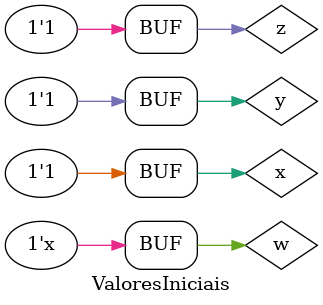
<source format=v>

module A (output a, input x,y,z);

	assign a = (~x&~y&z)|(~x&y&z)|(x&~y&z); 
  

endmodule



module AS (output as, input x, y, z);

	assign as = (~y&z)|(~x&z);

endmodule

module B(output b, input x, y, z);
    
    assign b = (~x&~y&~z)|(x&~y&~z)|(x&y&~z);

endmodule

module BS(output bs, input x, y, z);

    assign bs = (~y&~z)|(x&~z);

endmodule

module C(output c, input x, y, z);
    
    assign c = (~x&~y& z)|(~x& y&~z)|( x&~y& z)|( x& y&~z);

endmodule

module CS(output cs, input x, y, z);

    assign cs = (~y&z)|(y&~z);

endmodule

module D(output d, input x, y, z);
    
    assign d = (~x&~y&z)|(~x&y&z)|(x&~y&z)|(x&y&z);

endmodule

module DS(output ds, input x, y, z);

    assign ds = (~y&z)|(y&z);

endmodule

module E(output e, input x, y, z);
    
    assign e = (~x&~y&~z)|(~x&y&~z)|(x&~y&~z)|(x&~y&z) ;

endmodule

module ES(output es, input x, y, z);

    assign es = (~x&~z)|(x&~y);

endmodule

module ValoresIniciais;

reg x, y, z, w;
wire a, as, b, bs, c, cs, d, ds, e, es;

	A letraA (a, x, y, z);
	AS letraAS (as, x, y, z);
	B letraB (b, x, y, z);
    BS letraBS (bs, x, y, z);
    C letraC (c, x, y, z);
    CS letraCS (cs, x, y, z);
    D letraD (d, x, y, z);
    DS letraDS (ds, x, y, z);
    E letraE (e, x, y, z);
    ES letraES (es, x, y, z);

initial
begin : start

	x = 1'bx;
	y = 1'bx;
	z = 1'bx;
	w = 1'bx;

end

initial
begin : main

	$display("Exemplo - Larissa Gomes - 65052");
	$display("Expressoes booleanas");
	
	#1 x = 0; y = 0; z = 0;
	$display(" x  y  z =  a  as   b  bs   c  cs   d  ds   e  es");
    $monitor("%2b %2b %2b = %2b %2b   %2b %2b   %2b %2b   %2b %2b   %2b %2b", x, y, z, a, as, b, bs, c, cs, d, ds, e, es);
		
	#1 x = 0; y = 0; z = 1;
	#1 x = 0; y = 1; z = 0;
	#1 x = 0; y = 1; z = 1;
	#1 x = 1; y = 0; z = 0;
	#1 x = 1; y = 0; z = 1;
	#1 x = 1; y = 1; z = 0;
	#1 x = 1; y = 1; z = 1;

end
endmodule
</source>
